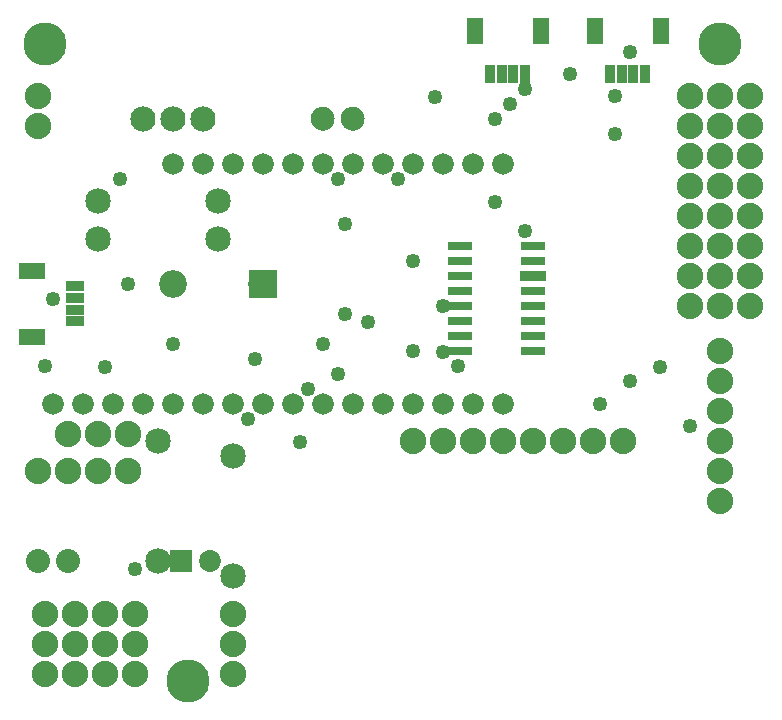
<source format=gts>
G04 MADE WITH FRITZING*
G04 WWW.FRITZING.ORG*
G04 DOUBLE SIDED*
G04 HOLES PLATED*
G04 CONTOUR ON CENTER OF CONTOUR VECTOR*
%ASAXBY*%
%FSLAX23Y23*%
%MOIN*%
%OFA0B0*%
%SFA1.0B1.0*%
%ADD10C,0.049370*%
%ADD11C,0.088000*%
%ADD12C,0.072000*%
%ADD13C,0.085000*%
%ADD14C,0.143858*%
%ADD15C,0.080000*%
%ADD16C,0.072992*%
%ADD17C,0.084000*%
%ADD18C,0.092000*%
%ADD19R,0.088740X0.057244*%
%ADD20R,0.063150X0.033622*%
%ADD21R,0.057244X0.088740*%
%ADD22R,0.033622X0.063150*%
%ADD23R,0.090000X0.036000*%
%ADD24R,0.072992X0.072992*%
%ADD25R,0.092000X0.092000*%
%ADD26C,0.010000*%
%ADD27R,0.001000X0.001000*%
%LNMASK1*%
G90*
G70*
G54D10*
X531Y1225D03*
X1106Y1325D03*
X1331Y1200D03*
X1031Y1225D03*
X2006Y1925D03*
X1405Y2049D03*
X1656Y2025D03*
X1706Y2075D03*
X780Y975D03*
G54D11*
X381Y925D03*
X281Y925D03*
X181Y925D03*
X81Y1950D03*
X81Y2050D03*
G54D10*
X306Y1149D03*
X1331Y1500D03*
X1281Y1775D03*
X806Y1175D03*
X106Y1150D03*
X381Y1425D03*
G54D12*
X1631Y1025D03*
X1531Y1025D03*
X1431Y1025D03*
X1331Y1025D03*
X1231Y1025D03*
X1131Y1025D03*
X1031Y1025D03*
X931Y1025D03*
X831Y1025D03*
X731Y1025D03*
X631Y1025D03*
X531Y1025D03*
X431Y1025D03*
X331Y1025D03*
X231Y1025D03*
X131Y1025D03*
X531Y1825D03*
X631Y1825D03*
X731Y1825D03*
X831Y1825D03*
X931Y1825D03*
X1031Y1825D03*
X1131Y1825D03*
X1231Y1825D03*
X1331Y1825D03*
X1431Y1825D03*
X1531Y1825D03*
X1631Y1825D03*
G54D10*
X1481Y1150D03*
X2055Y2199D03*
X2006Y2050D03*
X1180Y1299D03*
X982Y1073D03*
X956Y899D03*
X406Y474D03*
G54D11*
X2356Y1350D03*
X2356Y1450D03*
X2356Y1550D03*
X2356Y1650D03*
X2356Y1750D03*
X2356Y1850D03*
X2356Y1950D03*
X2356Y2050D03*
X2456Y1350D03*
X2456Y1450D03*
X2456Y1550D03*
X2456Y1650D03*
X2456Y1750D03*
X2456Y1850D03*
X2456Y1950D03*
X2456Y2050D03*
G54D10*
X1856Y2125D03*
X1606Y1975D03*
X1431Y1350D03*
X1431Y1199D03*
X1081Y1125D03*
G54D11*
X2256Y1350D03*
X2256Y1450D03*
X2256Y1550D03*
X2256Y1650D03*
X2256Y1750D03*
X2256Y1850D03*
X2256Y1950D03*
X2256Y2050D03*
G54D13*
X481Y900D03*
X481Y500D03*
G54D14*
X2356Y2225D03*
G54D11*
X2031Y900D03*
X1931Y900D03*
X1831Y900D03*
X1731Y900D03*
X1631Y900D03*
X1531Y900D03*
X1431Y900D03*
X1331Y900D03*
G54D10*
X1081Y1775D03*
G54D15*
X181Y500D03*
X81Y500D03*
G54D16*
X557Y500D03*
X656Y500D03*
G54D14*
X106Y2225D03*
G54D10*
X2056Y1100D03*
X1106Y1625D03*
G54D11*
X106Y225D03*
X206Y225D03*
X306Y225D03*
X406Y225D03*
G54D13*
X731Y450D03*
X731Y850D03*
G54D17*
X431Y1975D03*
X531Y1975D03*
X631Y1975D03*
X431Y1975D03*
X531Y1975D03*
X631Y1975D03*
G54D10*
X2256Y950D03*
G54D11*
X106Y125D03*
X206Y125D03*
X306Y125D03*
X406Y125D03*
G54D13*
X281Y1575D03*
X681Y1575D03*
G54D11*
X731Y125D03*
X731Y225D03*
X731Y325D03*
G54D10*
X2155Y1149D03*
G54D11*
X106Y325D03*
X206Y325D03*
X306Y325D03*
X406Y325D03*
G54D14*
X581Y100D03*
G54D10*
X1956Y1025D03*
G54D13*
X281Y1700D03*
X681Y1700D03*
G54D11*
X81Y800D03*
X181Y800D03*
X281Y800D03*
X381Y800D03*
G54D10*
X1706Y1600D03*
G54D11*
X2356Y700D03*
X2356Y800D03*
X2356Y900D03*
X2356Y1000D03*
X2356Y1100D03*
X2356Y1200D03*
G54D10*
X1606Y1699D03*
G54D18*
X829Y1425D03*
X531Y1425D03*
G54D10*
X131Y1375D03*
X356Y1775D03*
G54D19*
X61Y1469D03*
X61Y1248D03*
G54D20*
X206Y1418D03*
X206Y1378D03*
X206Y1339D03*
X206Y1300D03*
G54D21*
X2157Y2269D03*
X1937Y2269D03*
G54D22*
X2106Y2125D03*
X2066Y2125D03*
X2027Y2125D03*
X1988Y2125D03*
G54D21*
X1757Y2269D03*
X1537Y2269D03*
G54D22*
X1706Y2125D03*
X1666Y2125D03*
X1627Y2125D03*
X1588Y2125D03*
G54D23*
X1731Y1450D03*
G54D24*
X557Y500D03*
G54D25*
X830Y1425D03*
G54D26*
G36*
X1691Y1213D02*
X1771Y1213D01*
X1771Y1187D01*
X1691Y1187D01*
X1691Y1213D01*
G37*
D02*
G36*
X1691Y1263D02*
X1771Y1263D01*
X1771Y1237D01*
X1691Y1237D01*
X1691Y1263D01*
G37*
D02*
G36*
X1691Y1313D02*
X1771Y1313D01*
X1771Y1287D01*
X1691Y1287D01*
X1691Y1313D01*
G37*
D02*
G36*
X1691Y1363D02*
X1771Y1363D01*
X1771Y1337D01*
X1691Y1337D01*
X1691Y1363D01*
G37*
D02*
G36*
X1691Y1413D02*
X1771Y1413D01*
X1771Y1387D01*
X1691Y1387D01*
X1691Y1413D01*
G37*
D02*
G36*
X1691Y1513D02*
X1771Y1513D01*
X1771Y1487D01*
X1691Y1487D01*
X1691Y1513D01*
G37*
D02*
G36*
X1691Y1563D02*
X1771Y1563D01*
X1771Y1537D01*
X1691Y1537D01*
X1691Y1563D01*
G37*
D02*
G36*
X1449Y1563D02*
X1529Y1563D01*
X1529Y1537D01*
X1449Y1537D01*
X1449Y1563D01*
G37*
D02*
G36*
X1449Y1513D02*
X1529Y1513D01*
X1529Y1487D01*
X1449Y1487D01*
X1449Y1513D01*
G37*
D02*
G36*
X1449Y1463D02*
X1529Y1463D01*
X1529Y1437D01*
X1449Y1437D01*
X1449Y1463D01*
G37*
D02*
G36*
X1449Y1413D02*
X1529Y1413D01*
X1529Y1387D01*
X1449Y1387D01*
X1449Y1413D01*
G37*
D02*
G36*
X1449Y1363D02*
X1529Y1363D01*
X1529Y1337D01*
X1449Y1337D01*
X1449Y1363D01*
G37*
D02*
G36*
X1449Y1313D02*
X1529Y1313D01*
X1529Y1287D01*
X1449Y1287D01*
X1449Y1313D01*
G37*
D02*
G36*
X1449Y1263D02*
X1529Y1263D01*
X1529Y1237D01*
X1449Y1237D01*
X1449Y1263D01*
G37*
D02*
G36*
X1449Y1213D02*
X1529Y1213D01*
X1529Y1187D01*
X1449Y1187D01*
X1449Y1213D01*
G37*
D02*
G54D27*
X1026Y2015D02*
X1034Y2015D01*
X1126Y2015D02*
X1134Y2015D01*
X1021Y2014D02*
X1039Y2014D01*
X1121Y2014D02*
X1139Y2014D01*
X1017Y2013D02*
X1043Y2013D01*
X1117Y2013D02*
X1143Y2013D01*
X1015Y2012D02*
X1046Y2012D01*
X1115Y2012D02*
X1145Y2012D01*
X1013Y2011D02*
X1048Y2011D01*
X1113Y2011D02*
X1148Y2011D01*
X1011Y2010D02*
X1049Y2010D01*
X1111Y2010D02*
X1149Y2010D01*
X1009Y2009D02*
X1051Y2009D01*
X1109Y2009D02*
X1151Y2009D01*
X1008Y2008D02*
X1053Y2008D01*
X1108Y2008D02*
X1152Y2008D01*
X1006Y2007D02*
X1054Y2007D01*
X1106Y2007D02*
X1154Y2007D01*
X1005Y2006D02*
X1055Y2006D01*
X1105Y2006D02*
X1155Y2006D01*
X1004Y2005D02*
X1056Y2005D01*
X1104Y2005D02*
X1156Y2005D01*
X1003Y2004D02*
X1057Y2004D01*
X1103Y2004D02*
X1157Y2004D01*
X1002Y2003D02*
X1058Y2003D01*
X1102Y2003D02*
X1158Y2003D01*
X1001Y2002D02*
X1059Y2002D01*
X1101Y2002D02*
X1159Y2002D01*
X1000Y2001D02*
X1060Y2001D01*
X1100Y2001D02*
X1160Y2001D01*
X999Y2000D02*
X1061Y2000D01*
X1099Y2000D02*
X1161Y2000D01*
X999Y1999D02*
X1062Y1999D01*
X1099Y1999D02*
X1162Y1999D01*
X998Y1998D02*
X1062Y1998D01*
X1098Y1998D02*
X1162Y1998D01*
X997Y1997D02*
X1063Y1997D01*
X1097Y1997D02*
X1163Y1997D01*
X997Y1996D02*
X1064Y1996D01*
X1096Y1996D02*
X1164Y1996D01*
X996Y1995D02*
X1064Y1995D01*
X1096Y1995D02*
X1164Y1995D01*
X995Y1994D02*
X1065Y1994D01*
X1095Y1994D02*
X1165Y1994D01*
X995Y1993D02*
X1065Y1993D01*
X1095Y1993D02*
X1165Y1993D01*
X994Y1992D02*
X1066Y1992D01*
X1094Y1992D02*
X1166Y1992D01*
X994Y1991D02*
X1066Y1991D01*
X1094Y1991D02*
X1166Y1991D01*
X993Y1990D02*
X1067Y1990D01*
X1093Y1990D02*
X1167Y1990D01*
X993Y1989D02*
X1067Y1989D01*
X1093Y1989D02*
X1167Y1989D01*
X993Y1988D02*
X1068Y1988D01*
X1093Y1988D02*
X1167Y1988D01*
X992Y1987D02*
X1068Y1987D01*
X1092Y1987D02*
X1168Y1987D01*
X992Y1986D02*
X1068Y1986D01*
X1092Y1986D02*
X1168Y1986D01*
X992Y1985D02*
X1068Y1985D01*
X1092Y1985D02*
X1168Y1985D01*
X992Y1984D02*
X1069Y1984D01*
X1092Y1984D02*
X1169Y1984D01*
X991Y1983D02*
X1069Y1983D01*
X1091Y1983D02*
X1169Y1983D01*
X991Y1982D02*
X1069Y1982D01*
X1091Y1982D02*
X1169Y1982D01*
X991Y1981D02*
X1069Y1981D01*
X1091Y1981D02*
X1169Y1981D01*
X991Y1980D02*
X1069Y1980D01*
X1091Y1980D02*
X1169Y1980D01*
X991Y1979D02*
X1069Y1979D01*
X1091Y1979D02*
X1169Y1979D01*
X991Y1978D02*
X1069Y1978D01*
X1091Y1978D02*
X1169Y1978D01*
X991Y1977D02*
X1070Y1977D01*
X1091Y1977D02*
X1169Y1977D01*
X991Y1976D02*
X1070Y1976D01*
X1091Y1976D02*
X1170Y1976D01*
X991Y1975D02*
X1070Y1975D01*
X1091Y1975D02*
X1170Y1975D01*
X991Y1974D02*
X1070Y1974D01*
X1091Y1974D02*
X1170Y1974D01*
X991Y1973D02*
X1069Y1973D01*
X1091Y1973D02*
X1169Y1973D01*
X991Y1972D02*
X1069Y1972D01*
X1091Y1972D02*
X1169Y1972D01*
X991Y1971D02*
X1069Y1971D01*
X1091Y1971D02*
X1169Y1971D01*
X991Y1970D02*
X1069Y1970D01*
X1091Y1970D02*
X1169Y1970D01*
X991Y1969D02*
X1069Y1969D01*
X1091Y1969D02*
X1169Y1969D01*
X991Y1968D02*
X1069Y1968D01*
X1091Y1968D02*
X1169Y1968D01*
X992Y1967D02*
X1069Y1967D01*
X1092Y1967D02*
X1169Y1967D01*
X992Y1966D02*
X1068Y1966D01*
X1092Y1966D02*
X1168Y1966D01*
X992Y1965D02*
X1068Y1965D01*
X1092Y1965D02*
X1168Y1965D01*
X992Y1964D02*
X1068Y1964D01*
X1092Y1964D02*
X1168Y1964D01*
X993Y1963D02*
X1068Y1963D01*
X1093Y1963D02*
X1168Y1963D01*
X993Y1962D02*
X1067Y1962D01*
X1093Y1962D02*
X1167Y1962D01*
X993Y1961D02*
X1067Y1961D01*
X1093Y1961D02*
X1167Y1961D01*
X994Y1960D02*
X1067Y1960D01*
X1094Y1960D02*
X1167Y1960D01*
X994Y1959D02*
X1066Y1959D01*
X1094Y1959D02*
X1166Y1959D01*
X995Y1958D02*
X1066Y1958D01*
X1095Y1958D02*
X1166Y1958D01*
X995Y1957D02*
X1065Y1957D01*
X1095Y1957D02*
X1165Y1957D01*
X996Y1956D02*
X1065Y1956D01*
X1096Y1956D02*
X1165Y1956D01*
X996Y1955D02*
X1064Y1955D01*
X1096Y1955D02*
X1164Y1955D01*
X997Y1954D02*
X1063Y1954D01*
X1097Y1954D02*
X1163Y1954D01*
X998Y1953D02*
X1063Y1953D01*
X1098Y1953D02*
X1163Y1953D01*
X998Y1952D02*
X1062Y1952D01*
X1098Y1952D02*
X1162Y1952D01*
X999Y1951D02*
X1061Y1951D01*
X1099Y1951D02*
X1161Y1951D01*
X1000Y1950D02*
X1061Y1950D01*
X1100Y1950D02*
X1160Y1950D01*
X1001Y1949D02*
X1060Y1949D01*
X1101Y1949D02*
X1160Y1949D01*
X1001Y1948D02*
X1059Y1948D01*
X1101Y1948D02*
X1159Y1948D01*
X1002Y1947D02*
X1058Y1947D01*
X1102Y1947D02*
X1158Y1947D01*
X1004Y1946D02*
X1057Y1946D01*
X1103Y1946D02*
X1157Y1946D01*
X1005Y1945D02*
X1056Y1945D01*
X1105Y1945D02*
X1156Y1945D01*
X1006Y1944D02*
X1054Y1944D01*
X1106Y1944D02*
X1154Y1944D01*
X1007Y1943D02*
X1053Y1943D01*
X1107Y1943D02*
X1153Y1943D01*
X1009Y1942D02*
X1052Y1942D01*
X1109Y1942D02*
X1152Y1942D01*
X1010Y1941D02*
X1050Y1941D01*
X1110Y1941D02*
X1150Y1941D01*
X1012Y1940D02*
X1048Y1940D01*
X1112Y1940D02*
X1148Y1940D01*
X1014Y1939D02*
X1046Y1939D01*
X1114Y1939D02*
X1146Y1939D01*
X1016Y1938D02*
X1044Y1938D01*
X1116Y1938D02*
X1144Y1938D01*
X1019Y1937D02*
X1041Y1937D01*
X1119Y1937D02*
X1141Y1937D01*
X1024Y1936D02*
X1036Y1936D01*
X1124Y1936D02*
X1136Y1936D01*
D02*
G04 End of Mask1*
M02*
</source>
